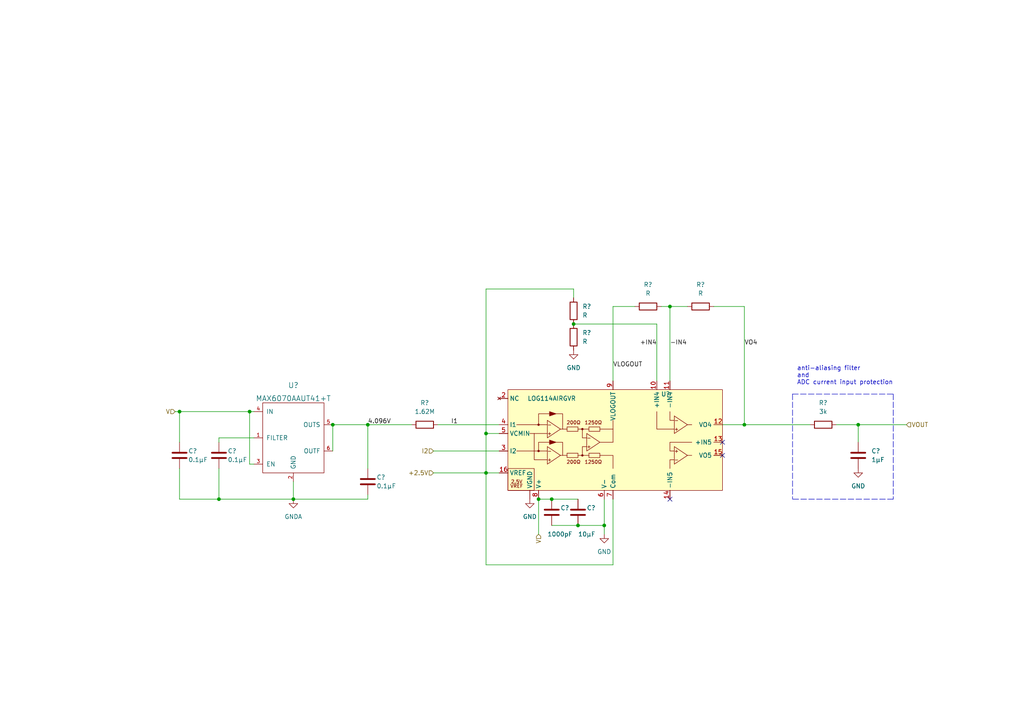
<source format=kicad_sch>
(kicad_sch (version 20211123) (generator eeschema)
  (paper "A4")
  (lib_symbols
    (symbol "Device:C" (pin_numbers hide) (pin_names (offset 0.254))
      (property "Reference" "C" (at 0.635 2.54 0))
      (property "Value" "C" (at 0.635 -2.54 0))
      (symbol "C_0_1"
        (polyline (pts (xy -2.032 -0.762) (xy 2.032 -0.762)) (stroke (width 0.508)))
        (polyline (pts (xy -2.032 0.762) (xy 2.032 0.762)) (stroke (width 0.508)))
      )
      (symbol "C_1_1"
        (pin passive line (at 0 3.81 270) (length 2.794) (name "~") (number "1"))
        (pin passive line (at 0 -3.81 90) (length 2.794) (name "~") (number "2"))
      )
    )
    (symbol "Device:R" (pin_numbers hide) (pin_names (offset 0))
      (property "Reference" "R" (at 2.032 0 90))
      (property "Value" "R" (at 0 0 90))
      (symbol "R_0_1"
        (rectangle (start -1.016 -2.54) (end 1.016 2.54) (stroke (width 0.254)))
      )
      (symbol "R_1_1"
        (pin passive line (at 0 3.81 270) (length 1.27) (name "~") (number "1"))
        (pin passive line (at 0 -3.81 90) (length 1.27) (name "~") (number "2"))
      )
    )
    (symbol "LOG114:LOG114AIRGVR"
      (property "Reference" "U" (at 0 -2.54 0))
      (property "Value" "LOG114AIRGVR" (at 0 2.54 0))
      (symbol "LOG114AIRGVR_0_0"
        (rectangle (start -22.86 -3.81) (end -15.24 -10.16) (fill (type background)))
        (circle (center -13.97 1.27) (radius 0.254) (fill (type outline)))
        (circle (center -13.97 8.89) (radius 0.254) (fill (type outline)))
        (circle (center -1.27 0) (radius 0.254) (fill (type outline)))
        (circle (center -1.27 7.62) (radius 0.254) (fill (type outline)))
        (polyline (pts (xy -13.97 1.27) (xy -20.32 1.27)))
        (polyline (pts (xy -13.97 8.89) (xy -20.32 8.89)))
        (polyline (pts (xy -11.43 6.35) (xy -16.51 6.35)))
        (polyline (pts (xy -1.27 0) (xy -2.54 0)))
        (polyline (pts (xy -1.27 0) (xy 0.635 0)))
        (polyline (pts (xy -1.27 7.62) (xy -2.54 7.62)))
        (polyline (pts (xy -1.27 7.62) (xy 0.635 7.62)))
        (polyline (pts (xy 3.81 7.62) (xy 7.62 7.62)))
        (polyline (pts (xy 7.62 3.81) (xy 7.62 10.16)))
        (polyline (pts (xy -15.24 6.35) (xy -15.24 -1.27) (xy -11.43 -1.27)))
        (polyline (pts (xy 0 2.54) (xy -1.27 2.54) (xy -1.27 0)))
        (polyline (pts (xy 0 5.08) (xy -1.27 5.08) (xy -1.27 7.62)))
        (polyline (pts (xy 3.81 0) (xy 7.62 0) (xy 7.62 -3.81)))
        (polyline (pts (xy -10.795 4.445) (xy -10.795 3.175) (xy -8.89 3.81) (xy -10.795 4.445)) (fill (type outline)))
        (polyline (pts (xy -10.795 12.7) (xy -10.795 11.43) (xy -8.89 12.065) (xy -10.795 12.7)) (fill (type outline)))
        (polyline (pts (xy -11.43 8.89) (xy -13.97 8.89) (xy -13.97 12.065) (xy -6.985 12.065) (xy -6.985 7.62)))
        (polyline (pts (xy -6.985 0) (xy -6.985 3.81) (xy -13.97 3.81) (xy -13.97 1.27) (xy -11.43 1.27)))
        (polyline (pts (xy -5.715 0.635) (xy -5.715 -0.635) (xy -2.54 -0.635) (xy -2.54 0.635) (xy -5.715 0.635)))
        (polyline (pts (xy -5.715 8.255) (xy -5.715 6.985) (xy -2.54 6.985) (xy -2.54 8.255) (xy -5.715 8.255)))
        (polyline (pts (xy 0.635 0.635) (xy 0.635 -0.635) (xy 3.81 -0.635) (xy 3.81 0.635) (xy 0.635 0.635)))
        (polyline (pts (xy 0.635 8.255) (xy 0.635 6.985) (xy 3.81 6.985) (xy 3.81 8.255) (xy 0.635 8.255)))
        (text "+" (at -10.795 -1.27 0) (effects (font (size 1 1))))
        (text "+" (at -10.795 6.35 0) (effects (font (size 1 1))))
        (text "+" (at 0.635 2.54 0) (effects (font (size 1 1))))
        (text "+" (at 26.035 1.27 0) (effects (font (size 1 1))))
        (text "+" (at 26.035 7.62 0) (effects (font (size 1 1))))
        (text "-" (at -10.795 1.27 0) (effects (font (size 1 1))))
        (text "-" (at -10.795 8.89 0) (effects (font (size 1 1))))
        (text "-" (at 0.635 5.08 0) (effects (font (size 1 1))))
        (text "-" (at 26.035 -1.27 0) (effects (font (size 1 1))))
        (text "-" (at 26.035 10.16 0) (effects (font (size 1 1))))
        (text "1250Ω" (at 1.905 -1.905 0) (effects (font (size 1 1))))
        (text "1250Ω" (at 1.905 9.525 0) (effects (font (size 1 1))))
        (text "2.5V" (at -20.32 -7.62 0) (effects (font (size 1 1))))
        (text "200Ω" (at -3.81 -1.905 0) (effects (font (size 1 1))))
        (text "200Ω" (at -3.81 9.525 0) (effects (font (size 1 1))))
        (text "VREF" (at -20.32 -8.89 0) (effects (font (size 1 1))))
      )
      (symbol "LOG114AIRGVR_0_1"
        (rectangle (start -22.86 19.05) (end 39.37 -10.16) (fill (type background)))
        (polyline (pts (xy -7.62 0) (xy -5.715 0)))
        (polyline (pts (xy -7.62 7.62) (xy -5.715 7.62)))
        (polyline (pts (xy 3.81 3.81) (xy 7.62 3.81)))
        (polyline (pts (xy 29.21 0) (xy 30.48 0)))
        (polyline (pts (xy 29.21 8.89) (xy 30.48 8.89)))
        (polyline (pts (xy 25.4 -1.27) (xy 24.13 -1.27) (xy 24.13 -3.81)))
        (polyline (pts (xy 25.4 7.62) (xy 20.32 7.62) (xy 20.32 12.7)))
        (polyline (pts (xy 25.4 10.16) (xy 24.13 10.16) (xy 24.13 12.7)))
        (polyline (pts (xy -11.43 2.54) (xy -11.43 -2.54) (xy -7.62 0) (xy -11.43 2.54)))
        (polyline (pts (xy -11.43 10.16) (xy -11.43 5.08) (xy -7.62 7.62) (xy -11.43 10.16)))
        (polyline (pts (xy 0 6.35) (xy 0 1.27) (xy 3.81 3.81) (xy 0 6.35)))
        (polyline (pts (xy 25.4 1.27) (xy 24.13 1.27) (xy 24.13 3.81) (xy 30.48 3.81)))
        (polyline (pts (xy 25.4 2.54) (xy 25.4 -2.54) (xy 29.21 0) (xy 25.4 2.54)))
        (polyline (pts (xy 25.4 11.43) (xy 25.4 6.35) (xy 29.21 8.89) (xy 25.4 11.43)))
      )
      (symbol "LOG114AIRGVR_1_1"
        (pin input line (at -16.51 -12.7 90) (length 2.54) (name "VGND") (number ""))
        (pin input line (at 20.32 21.59 270) (length 2.54) (name "+IN4") (number "10"))
        (pin input line (at 24.13 21.59 270) (length 2.54) (name "-IN4") (number "11"))
        (pin input line (at 39.37 8.89 180) (length 2.54) (name "VO4") (number "12"))
        (pin input line (at 39.37 3.81 180) (length 2.54) (name "+IN5") (number "13"))
        (pin input line (at 24.13 -12.7 90) (length 2.54) (name "-IN5") (number "14"))
        (pin input line (at 39.37 0 180) (length 2.54) (name "VO5") (number "15"))
        (pin input line (at -25.4 -5.08 0) (length 2.54) (name "VREF") (number "16"))
        (pin no_connect line (at -25.4 16.51 0) (length 2.54) (name "NC") (number "2"))
        (pin input line (at -25.4 1.27 0) (length 2.54) (name "I2") (number "3"))
        (pin input line (at -25.4 8.89 0) (length 2.54) (name "I1") (number "4"))
        (pin input line (at -25.4 6.35 0) (length 2.54) (name "VCMIN") (number "5"))
        (pin input line (at 5.08 -12.7 90) (length 2.54) (name "V-") (number "6"))
        (pin input line (at 7.62 -12.7 90) (length 2.54) (name "Com") (number "7"))
        (pin input line (at -13.97 -12.7 90) (length 2.54) (name "V+") (number "8"))
        (pin input line (at 7.62 21.59 270) (length 2.54) (name "VLOGOUT") (number "9"))
      )
    )
    (symbol "MAX6070:MAX6070AAUT41+T" (pin_names (offset 1.016))
      (property "Reference" "U" (at -8.89 11.43 0))
      (property "Value" "MAX6070AAUT41+T" (at 8.89 11.43 0))
      (symbol "MAX6070AAUT41+T_0_1"
        (rectangle (start -8.89 10.16) (end 8.89 -10.16))
      )
      (symbol "MAX6070AAUT41+T_1_1"
        (pin passive line (at -11.43 0 0) (length 2.54) (name "FILTER") (number "1"))
        (pin power_in line (at 0 -12.7 90) (length 2.54) (name "GND") (number "2"))
        (pin input line (at -11.43 -7.62 0) (length 2.54) (name "EN") (number "3"))
        (pin power_in line (at -11.43 7.62 0) (length 2.54) (name "IN") (number "4"))
        (pin passive line (at 11.43 3.81 180) (length 2.54) (name "OUTS") (number "5"))
        (pin power_out line (at 11.43 -3.81 180) (length 2.54) (name "OUTF") (number "6"))
      )
    )
    (symbol "power:GND" (power) (pin_names (offset 0))
      (property "Value" "GND" (at 0 -3.81 0))
      (symbol "GND_0_1"
        (polyline (pts (xy 0 0) (xy 0 -1.27) (xy 1.27 -1.27) (xy 0 -2.54) (xy -1.27 -1.27) (xy 0 -1.27)))
      )
      (symbol "GND_1_1"
        (pin power_in line (at 0 0 270) (length 0) hide (name "GND") (number "1"))
      )
    )
    (symbol "power:GNDA" (power) (pin_names (offset 0))
      (property "Value" "GNDA" (at 0 -3.81 0))
      (symbol "GNDA_0_1"
        (polyline (pts (xy 0 0) (xy 0 -1.27) (xy 1.27 -1.27) (xy 0 -2.54) (xy -1.27 -1.27) (xy 0 -1.27)))
      )
      (symbol "GNDA_1_1"
        (pin power_in line (at 0 0 270) (length 0) hide (name "GNDA") (number "1"))
      )
    )
  )
  (junction (at 52.07 119.38))
  (junction (at 167.64 152.4))
  (junction (at 160.02 144.78))
  (junction (at 63.5 144.78))
  (junction (at 175.26 152.4))
  (junction (at 96.52 123.19))
  (junction (at 72.39 119.38))
  (junction (at 156.21 144.78))
  (junction (at 140.97 125.73))
  (junction (at 215.9 123.19))
  (junction (at 194.31 88.9))
  (junction (at 106.68 123.19))
  (junction (at 248.92 123.19))
  (junction (at 85.09 144.78))
  (junction (at 140.97 137.16))
  (junction (at 166.37 93.98))
  (no_connect (at 209.55 128.27))
  (no_connect (at 209.55 132.08))
  (no_connect (at 194.31 144.78))
  (wire (pts (xy 167.64 152.4) (xy 175.26 152.4)))
  (wire (pts (xy 50.8 119.38) (xy 52.07 119.38)))
  (wire (pts (xy 160.02 152.4) (xy 167.64 152.4)))
  (wire (pts (xy 106.68 123.19) (xy 119.38 123.19)))
  (wire (pts (xy 177.8 88.9) (xy 184.15 88.9)))
  (wire (pts (xy 96.52 123.19) (xy 96.52 130.81)))
  (wire (pts (xy 72.39 119.38) (xy 73.66 119.38)))
  (wire (pts (xy 140.97 125.73) (xy 144.78 125.73)))
  (wire (pts (xy 194.31 88.9) (xy 194.31 110.49)))
  (wire (pts (xy 85.09 144.78) (xy 106.68 144.78)))
  (wire (pts (xy 125.73 130.81) (xy 144.78 130.81)))
  (wire (pts (xy 140.97 137.16) (xy 144.78 137.16)))
  (polyline (pts (xy 259.08 114.3) (xy 259.08 144.78)))
  (wire (pts (xy 166.37 93.98) (xy 190.5 93.98)))
  (wire (pts (xy 96.52 123.19) (xy 106.68 123.19)))
  (wire (pts (xy 177.8 110.49) (xy 177.8 88.9)))
  (polyline (pts (xy 259.08 144.78) (xy 229.87 144.78)))
  (wire (pts (xy 85.09 139.7) (xy 85.09 144.78)))
  (wire (pts (xy 209.55 123.19) (xy 215.9 123.19)))
  (wire (pts (xy 140.97 83.82) (xy 140.97 125.73)))
  (polyline (pts (xy 229.87 114.3) (xy 259.08 114.3)))
  (wire (pts (xy 160.02 144.78) (xy 167.64 144.78)))
  (wire (pts (xy 52.07 144.78) (xy 52.07 135.89)))
  (polyline (pts (xy 229.87 114.3) (xy 229.87 144.78)))
  (wire (pts (xy 215.9 88.9) (xy 207.01 88.9)))
  (wire (pts (xy 85.09 144.78) (xy 63.5 144.78)))
  (wire (pts (xy 242.57 123.19) (xy 248.92 123.19)))
  (wire (pts (xy 63.5 144.78) (xy 52.07 144.78)))
  (wire (pts (xy 63.5 135.89) (xy 63.5 144.78)))
  (wire (pts (xy 166.37 83.82) (xy 140.97 83.82)))
  (wire (pts (xy 63.5 127) (xy 63.5 128.27)))
  (wire (pts (xy 215.9 123.19) (xy 215.9 88.9)))
  (wire (pts (xy 191.77 88.9) (xy 194.31 88.9)))
  (wire (pts (xy 127 123.19) (xy 144.78 123.19)))
  (wire (pts (xy 73.66 134.62) (xy 72.39 134.62)))
  (wire (pts (xy 166.37 83.82) (xy 166.37 86.36)))
  (wire (pts (xy 215.9 123.19) (xy 234.95 123.19)))
  (wire (pts (xy 106.68 123.19) (xy 106.68 135.89)))
  (wire (pts (xy 156.21 144.78) (xy 156.21 154.94)))
  (wire (pts (xy 177.8 144.78) (xy 177.8 163.83)))
  (wire (pts (xy 177.8 163.83) (xy 140.97 163.83)))
  (wire (pts (xy 52.07 119.38) (xy 52.07 128.27)))
  (wire (pts (xy 52.07 119.38) (xy 72.39 119.38)))
  (wire (pts (xy 125.73 137.16) (xy 140.97 137.16)))
  (wire (pts (xy 140.97 125.73) (xy 140.97 137.16)))
  (wire (pts (xy 72.39 119.38) (xy 72.39 134.62)))
  (wire (pts (xy 190.5 93.98) (xy 190.5 110.49)))
  (wire (pts (xy 156.21 144.78) (xy 160.02 144.78)))
  (wire (pts (xy 248.92 123.19) (xy 248.92 128.27)))
  (wire (pts (xy 175.26 144.78) (xy 175.26 152.4)))
  (wire (pts (xy 73.66 127) (xy 63.5 127)))
  (wire (pts (xy 140.97 137.16) (xy 140.97 163.83)))
  (wire (pts (xy 175.26 152.4) (xy 175.26 154.94)))
  (wire (pts (xy 248.92 123.19) (xy 262.89 123.19)))
  (wire (pts (xy 199.39 88.9) (xy 194.31 88.9)))
  (wire (pts (xy 106.68 144.78) (xy 106.68 143.51)))
  (text "anti-aliasing filter\nand\nADC current input protection" (at 231.14 111.76 0) (effects (font (size 1.27 1.27)) (justify left bottom)))
  (label "-IN4" (at 194.31 100.33 0))
  (label "I1" (at 130.81 123.19 0))
  (label "VO4" (at 215.9 100.33 0))
  (label "VLOGOUT" (at 177.8 106.68 0))
  (label "4.096V" (at 106.68 123.19 0))
  (label "+IN4" (at 190.5 100.33 180))
  (hierarchical_label "V" (shape input) (at 50.8 119.38 180))
  (hierarchical_label "V" (shape input) (at 156.21 154.94 270))
  (hierarchical_label "+2.5V" (shape input) (at 125.73 137.16 180))
  (hierarchical_label "I2" (shape input) (at 125.73 130.81 180))
  (hierarchical_label "VOUT" (shape input) (at 262.89 123.19 0))
  (symbol (lib_id "Device:R") (at 203.2 88.9 90) (unit 1)
    (property "Reference" "R?" (at 203.2 82.55 90))
    (property "Value" "R" (at 203.2 85.09 90))
    (property "Footprint" "Resistor_SMD:R_0603_1608Metric" (effects hide))
  )
  (symbol (lib_id "Device:R") (at 238.76 123.19 90) (unit 1)
    (property "Reference" "R?" (at 238.76 116.84 90))
    (property "Value" "3k" (at 238.76 119.38 90))
  )
  (symbol (lib_id "Device:R") (at 166.37 90.17 0) (unit 1)
    (property "Reference" "R?" (at 168.91 88.8999 0) (effects (justify left)))
    (property "Value" "R" (at 168.91 91.4399 0) (effects (justify left)))
    (property "Footprint" "Resistor_SMD:R_0603_1608Metric" (effects hide))
  )
  (symbol (lib_id "power:GND") (at 175.26 154.94 0) (unit 1)
    (property "Reference" "#PWR?" (effects hide))
    (property "Value" "GND" (at 175.26 160.02 0))
  )
  (symbol (lib_id "Device:C") (at 167.64 148.59 0) (unit 1)
    (property "Reference" "C?" (at 170.18 147.32 0) (effects (justify left)))
    (property "Value" "10µF" (at 167.64 154.94 0) (effects (justify left)))
    (property "Footprint" "Capacitor_SMD:C_0603_1608Metric" (effects hide))
  )
  (symbol (lib_id "power:GNDA") (at 85.09 144.78 0) (unit 1)
    (property "Reference" "#PWR?" (effects hide))
    (property "Value" "GNDA" (at 85.09 149.86 0))
  )
  (symbol (lib_id "power:GND") (at 166.37 101.6 0) (unit 1)
    (property "Reference" "#PWR?" (effects hide))
    (property "Value" "GND" (at 166.37 106.68 0))
  )
  (symbol (lib_id "power:GND") (at 153.67 144.78 0) (unit 1)
    (property "Reference" "#PWR?" (effects hide))
    (property "Value" "GND" (at 153.67 149.86 0))
  )
  (symbol (lib_id "Device:C") (at 248.92 132.08 0) (unit 1)
    (property "Reference" "C?" (at 252.73 130.8099 0) (effects (justify left)))
    (property "Value" "1µF" (at 252.73 133.3499 0) (effects (justify left)))
  )
  (symbol (lib_id "power:GND") (at 248.92 135.89 0) (unit 1)
    (property "Reference" "#PWR?" (effects hide))
    (property "Value" "GND" (at 248.92 140.97 0))
  )
  (symbol (lib_id "Device:C") (at 106.68 139.7 0) (unit 1)
    (property "Reference" "C?" (at 109.22 138.43 0) (effects (justify left)))
    (property "Value" "0.1µF" (at 109.22 140.97 0) (effects (justify left)))
    (property "Footprint" "Capacitor_SMD:C_0805_2012Metric_Pad1.18x1.45mm_HandSolder" (effects hide))
  )
  (symbol (lib_id "Device:R") (at 187.96 88.9 90) (unit 1)
    (property "Reference" "R?" (at 187.96 82.55 90))
    (property "Value" "R" (at 187.96 85.09 90))
    (property "Footprint" "Resistor_SMD:R_0603_1608Metric" (effects hide))
  )
  (symbol (lib_id "Device:R") (at 166.37 97.79 0) (unit 1)
    (property "Reference" "R?" (at 168.91 96.5199 0) (effects (justify left)))
    (property "Value" "R" (at 168.91 99.0599 0) (effects (justify left)))
    (property "Footprint" "Resistor_SMD:R_0603_1608Metric" (effects hide))
  )
  (symbol (lib_id "Device:C") (at 160.02 148.59 0) (unit 1)
    (property "Reference" "C?" (at 162.56 147.32 0) (effects (justify left)))
    (property "Value" "1000pF" (at 158.75 154.94 0) (effects (justify left)))
    (property "Footprint" "Capacitor_SMD:C_0603_1608Metric" (effects hide))
  )
  (symbol (lib_id "Device:R") (at 123.19 123.19 90) (unit 1)
    (property "Reference" "R?" (at 123.19 116.84 90))
    (property "Value" "1.62M" (at 123.19 119.38 90))
    (property "Footprint" "Resistor_SMD:R_0603_1608Metric" (effects hide))
  )
  (symbol (lib_id "MAX6070:MAX6070AAUT41+T") (at 85.09 127 0) (unit 1)
    (property "Reference" "U?" (at 85.09 111.76 0) (effects (font (size 1.524 1.524))))
    (property "Value" "MAX6070AAUT41+T" (at 85.09 115.57 0) (effects (font (size 1.524 1.524))))
    (property "Footprint" "Package_TO_SOT_SMD:SOT-23-6" (effects hide))
  )
  (symbol (lib_id "Device:C") (at 63.5 132.08 0) (unit 1)
    (property "Reference" "C?" (at 66.04 130.81 0) (effects (justify left)))
    (property "Value" "0.1µF" (at 66.04 133.35 0) (effects (justify left)))
    (property "Footprint" "Capacitor_SMD:C_0805_2012Metric_Pad1.18x1.45mm_HandSolder" (effects hide))
  )
  (symbol (lib_id "LOG114:LOG114AIRGVR") (at 170.18 132.08 0) (unit 1)
    (property "Reference" "U?" (at 193.04 114.3 0))
    (property "Value" "LOG114AIRGVR" (at 160.02 115.57 0))
    (property "Footprint" "Package_DFN_QFN:QFN-16-1EP_4x4mm_P0.65mm_EP2.15x2.15mm" (effects hide))
    (property "Datasheet" "https://www.ti.com/product/LOG114" (effects hide))
  )
  (symbol (lib_id "Device:C") (at 52.07 132.08 0) (unit 1)
    (property "Reference" "C?" (at 54.61 130.81 0) (effects (justify left)))
    (property "Value" "0.1µF" (at 54.61 133.35 0) (effects (justify left)))
    (property "Footprint" "Capacitor_SMD:C_0805_2012Metric_Pad1.18x1.45mm_HandSolder" (effects hide))
  )
)
</source>
